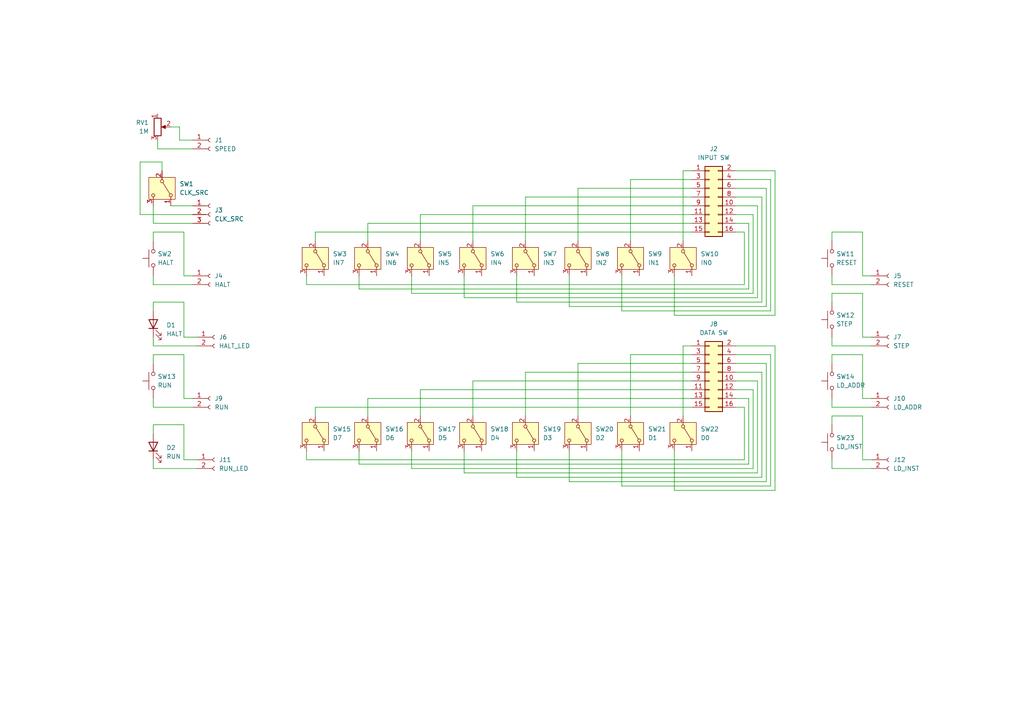
<source format=kicad_sch>
(kicad_sch (version 20231120) (generator "eeschema") (generator_version "8.0")
  (paper "A4")
  (lib_symbols
    (symbol "Connector:Conn_01x02_Socket" (pin_names (offset 1.016) hide)
      (property "Reference" "J" (at 0 2.54 0))
      (property "Value" "Conn_01x02_Socket" (at 0 -5.08 0))
      (symbol "Conn_01x02_Socket_1_1"
        (arc (start 0 -2.032) (mid -0.5058 -2.54) (end 0 -3.048) (stroke (width 0.1524)))
        (polyline (pts (xy -1.27 -2.54) (xy -0.508 -2.54)) (stroke (width 0.1524)))
        (polyline (pts (xy -1.27 0) (xy -0.508 0)) (stroke (width 0.1524)))
        (arc (start 0 0.508) (mid -0.5058 0) (end 0 -0.508) (stroke (width 0.1524)))
        (pin passive line (at -5.08 0 0) (length 3.81) (name "Pin_1") (number "1"))
        (pin passive line (at -5.08 -2.54 0) (length 3.81) (name "Pin_2") (number "2"))
      )
    )
    (symbol "Connector:Conn_01x03_Socket" (pin_names (offset 1.016) hide)
      (property "Reference" "J" (at 0 5.08 0))
      (property "Value" "Conn_01x03_Socket" (at 0 -5.08 0))
      (symbol "Conn_01x03_Socket_1_1"
        (arc (start 0 -2.032) (mid -0.5058 -2.54) (end 0 -3.048) (stroke (width 0.1524)))
        (polyline (pts (xy -1.27 -2.54) (xy -0.508 -2.54)) (stroke (width 0.1524)))
        (polyline (pts (xy -1.27 0) (xy -0.508 0)) (stroke (width 0.1524)))
        (polyline (pts (xy -1.27 2.54) (xy -0.508 2.54)) (stroke (width 0.1524)))
        (arc (start 0 0.508) (mid -0.5058 0) (end 0 -0.508) (stroke (width 0.1524)))
        (arc (start 0 3.048) (mid -0.5058 2.54) (end 0 2.032) (stroke (width 0.1524)))
        (pin passive line (at -5.08 2.54 0) (length 3.81) (name "Pin_1") (number "1"))
        (pin passive line (at -5.08 0 0) (length 3.81) (name "Pin_2") (number "2"))
        (pin passive line (at -5.08 -2.54 0) (length 3.81) (name "Pin_3") (number "3"))
      )
    )
    (symbol "Connector_Generic:Conn_02x08_Odd_Even" (pin_names (offset 1.016) hide)
      (property "Reference" "J" (at 1.27 10.16 0))
      (property "Value" "Conn_02x08_Odd_Even" (at 1.27 -12.7 0))
      (symbol "Conn_02x08_Odd_Even_1_1"
        (rectangle (start -1.27 -10.033) (end 0 -10.287) (stroke (width 0.1524)))
        (rectangle (start -1.27 -7.493) (end 0 -7.747) (stroke (width 0.1524)))
        (rectangle (start -1.27 -4.953) (end 0 -5.207) (stroke (width 0.1524)))
        (rectangle (start -1.27 -2.413) (end 0 -2.667) (stroke (width 0.1524)))
        (rectangle (start -1.27 0.127) (end 0 -0.127) (stroke (width 0.1524)))
        (rectangle (start -1.27 2.667) (end 0 2.413) (stroke (width 0.1524)))
        (rectangle (start -1.27 5.207) (end 0 4.953) (stroke (width 0.1524)))
        (rectangle (start -1.27 7.747) (end 0 7.493) (stroke (width 0.1524)))
        (rectangle (start -1.27 8.89) (end 3.81 -11.43) (stroke (width 0.254)) (fill (type background)))
        (rectangle (start 3.81 -10.033) (end 2.54 -10.287) (stroke (width 0.1524)))
        (rectangle (start 3.81 -7.493) (end 2.54 -7.747) (stroke (width 0.1524)))
        (rectangle (start 3.81 -4.953) (end 2.54 -5.207) (stroke (width 0.1524)))
        (rectangle (start 3.81 -2.413) (end 2.54 -2.667) (stroke (width 0.1524)))
        (rectangle (start 3.81 0.127) (end 2.54 -0.127) (stroke (width 0.1524)))
        (rectangle (start 3.81 2.667) (end 2.54 2.413) (stroke (width 0.1524)))
        (rectangle (start 3.81 5.207) (end 2.54 4.953) (stroke (width 0.1524)))
        (rectangle (start 3.81 7.747) (end 2.54 7.493) (stroke (width 0.1524)))
        (pin passive line (at -5.08 7.62 0) (length 3.81) (name "Pin_1") (number "1"))
        (pin passive line (at 7.62 -2.54 180) (length 3.81) (name "Pin_10") (number "10"))
        (pin passive line (at -5.08 -5.08 0) (length 3.81) (name "Pin_11") (number "11"))
        (pin passive line (at 7.62 -5.08 180) (length 3.81) (name "Pin_12") (number "12"))
        (pin passive line (at -5.08 -7.62 0) (length 3.81) (name "Pin_13") (number "13"))
        (pin passive line (at 7.62 -7.62 180) (length 3.81) (name "Pin_14") (number "14"))
        (pin passive line (at -5.08 -10.16 0) (length 3.81) (name "Pin_15") (number "15"))
        (pin passive line (at 7.62 -10.16 180) (length 3.81) (name "Pin_16") (number "16"))
        (pin passive line (at 7.62 7.62 180) (length 3.81) (name "Pin_2") (number "2"))
        (pin passive line (at -5.08 5.08 0) (length 3.81) (name "Pin_3") (number "3"))
        (pin passive line (at 7.62 5.08 180) (length 3.81) (name "Pin_4") (number "4"))
        (pin passive line (at -5.08 2.54 0) (length 3.81) (name "Pin_5") (number "5"))
        (pin passive line (at 7.62 2.54 180) (length 3.81) (name "Pin_6") (number "6"))
        (pin passive line (at -5.08 0 0) (length 3.81) (name "Pin_7") (number "7"))
        (pin passive line (at 7.62 0 180) (length 3.81) (name "Pin_8") (number "8"))
        (pin passive line (at -5.08 -2.54 0) (length 3.81) (name "Pin_9") (number "9"))
      )
    )
    (symbol "Device:LED" (pin_numbers hide) (pin_names (offset 1.016) hide)
      (property "Reference" "D" (at 0 2.54 0))
      (property "Value" "LED" (at 0 -2.54 0))
      (symbol "LED_0_1"
        (polyline (pts (xy -1.27 -1.27) (xy -1.27 1.27)) (stroke (width 0.254)))
        (polyline (pts (xy -1.27 0) (xy 1.27 0)))
        (polyline (pts (xy 1.27 -1.27) (xy 1.27 1.27) (xy -1.27 0) (xy 1.27 -1.27)) (stroke (width 0.254)))
        (polyline (pts (xy -3.048 -0.762) (xy -4.572 -2.286) (xy -3.81 -2.286) (xy -4.572 -2.286) (xy -4.572 -1.524)))
        (polyline (pts (xy -1.778 -0.762) (xy -3.302 -2.286) (xy -2.54 -2.286) (xy -3.302 -2.286) (xy -3.302 -1.524)))
      )
      (symbol "LED_1_1"
        (pin passive line (at -3.81 0 0) (length 2.54) (name "K") (number "1"))
        (pin passive line (at 3.81 0 180) (length 2.54) (name "A") (number "2"))
      )
    )
    (symbol "Device:R_Potentiometer" (pin_names (offset 1.016) hide)
      (property "Reference" "RV" (at -4.445 0 90))
      (property "Value" "R_Potentiometer" (at -2.54 0 90))
      (symbol "R_Potentiometer_0_1"
        (polyline (pts (xy 2.54 0) (xy 1.524 0)))
        (polyline (pts (xy 1.143 0) (xy 2.286 0.508) (xy 2.286 -0.508) (xy 1.143 0)) (fill (type outline)))
        (rectangle (start 1.016 2.54) (end -1.016 -2.54) (stroke (width 0.254)))
      )
      (symbol "R_Potentiometer_1_1"
        (pin passive line (at 0 3.81 270) (length 1.27) (name "1") (number "1"))
        (pin passive line (at 3.81 0 180) (length 1.27) (name "2") (number "2"))
        (pin passive line (at 0 -3.81 90) (length 1.27) (name "3") (number "3"))
      )
    )
    (symbol "Switch:SW_Push" (pin_numbers hide) (pin_names (offset 1.016) hide)
      (property "Reference" "SW" (at 1.27 2.54 0))
      (property "Value" "SW_Push" (at 0 -1.524 0))
      (symbol "SW_Push_0_1"
        (circle (center -2.032 0) (radius 0.508))
        (polyline (pts (xy 0 1.27) (xy 0 3.048)))
        (polyline (pts (xy 2.54 1.27) (xy -2.54 1.27)))
        (circle (center 2.032 0) (radius 0.508))
        (pin passive line (at -5.08 0 0) (length 2.54) (name "1") (number "1"))
        (pin passive line (at 5.08 0 180) (length 2.54) (name "2") (number "2"))
      )
    )
    (symbol "Switch:SW_SPDT" (pin_names (offset 0) hide)
      (property "Reference" "SW" (at 0 5.08 0))
      (property "Value" "SW_SPDT" (at 0 -5.08 0))
      (symbol "SW_SPDT_0_1"
        (circle (center -2.032 0) (radius 0.4572))
        (polyline (pts (xy -1.651 0.254) (xy 1.651 2.286)))
        (circle (center 2.032 -2.54) (radius 0.4572))
        (circle (center 2.032 2.54) (radius 0.4572))
      )
      (symbol "SW_SPDT_1_1"
        (rectangle (start -3.175 3.81) (end 3.175 -3.81) (fill (type background)))
        (pin passive line (at 5.08 2.54 180) (length 2.54) (name "A") (number "1"))
        (pin passive line (at -5.08 0 0) (length 2.54) (name "B") (number "2"))
        (pin passive line (at 5.08 -2.54 180) (length 2.54) (name "C") (number "3"))
      )
    )
  )
  (wire (pts (xy 152.4 107.95) (xy 152.4 120.65)))
  (wire (pts (xy 55.88 80.01) (xy 53.34 80.01)))
  (wire (pts (xy 104.14 130.81) (xy 104.14 134.62)))
  (wire (pts (xy 217.17 134.62) (xy 217.17 115.57)))
  (wire (pts (xy 119.38 80.01) (xy 119.38 85.09)))
  (wire (pts (xy 165.1 80.01) (xy 165.1 88.9)))
  (wire (pts (xy 218.44 62.23) (xy 213.36 62.23)))
  (wire (pts (xy 200.66 110.49) (xy 137.16 110.49)))
  (wire (pts (xy 195.58 91.44) (xy 224.79 91.44)))
  (wire (pts (xy 121.92 62.23) (xy 121.92 69.85)))
  (wire (pts (xy 241.3 135.89) (xy 252.73 135.89)))
  (wire (pts (xy 252.73 97.79) (xy 250.19 97.79)))
  (wire (pts (xy 121.92 113.03) (xy 121.92 120.65)))
  (wire (pts (xy 167.64 69.85) (xy 167.64 54.61)))
  (wire (pts (xy 213.36 110.49) (xy 219.71 110.49)))
  (wire (pts (xy 104.14 83.82) (xy 217.17 83.82)))
  (wire (pts (xy 44.45 67.31) (xy 44.45 69.85)))
  (wire (pts (xy 44.45 133.35) (xy 44.45 135.89)))
  (wire (pts (xy 44.45 82.55) (xy 55.88 82.55)))
  (wire (pts (xy 104.14 134.62) (xy 217.17 134.62)))
  (wire (pts (xy 55.88 40.64) (xy 52.07 40.64)))
  (wire (pts (xy 241.3 115.57) (xy 241.3 118.11)))
  (wire (pts (xy 222.25 139.7) (xy 222.25 105.41)))
  (wire (pts (xy 45.72 40.64) (xy 45.72 43.18)))
  (wire (pts (xy 218.44 85.09) (xy 218.44 62.23)))
  (wire (pts (xy 40.64 62.23) (xy 55.88 62.23)))
  (wire (pts (xy 250.19 80.01) (xy 250.19 67.31)))
  (wire (pts (xy 215.9 67.31) (xy 213.36 67.31)))
  (wire (pts (xy 165.1 88.9) (xy 222.25 88.9)))
  (wire (pts (xy 53.34 87.63) (xy 44.45 87.63)))
  (wire (pts (xy 215.9 118.11) (xy 213.36 118.11)))
  (wire (pts (xy 91.44 118.11) (xy 91.44 120.65)))
  (wire (pts (xy 217.17 64.77) (xy 213.36 64.77)))
  (wire (pts (xy 241.3 80.01) (xy 241.3 82.55)))
  (wire (pts (xy 167.64 54.61) (xy 200.66 54.61)))
  (wire (pts (xy 224.79 91.44) (xy 224.79 49.53)))
  (wire (pts (xy 250.19 85.09) (xy 241.3 85.09)))
  (wire (pts (xy 119.38 85.09) (xy 218.44 85.09)))
  (wire (pts (xy 44.45 64.77) (xy 55.88 64.77)))
  (wire (pts (xy 40.64 46.99) (xy 46.99 46.99)))
  (wire (pts (xy 180.34 140.97) (xy 223.52 140.97)))
  (wire (pts (xy 44.45 97.79) (xy 44.45 100.33)))
  (wire (pts (xy 180.34 80.01) (xy 180.34 90.17)))
  (wire (pts (xy 165.1 130.81) (xy 165.1 139.7)))
  (wire (pts (xy 200.66 67.31) (xy 91.44 67.31)))
  (wire (pts (xy 252.73 115.57) (xy 250.19 115.57)))
  (wire (pts (xy 137.16 59.69) (xy 137.16 69.85)))
  (wire (pts (xy 180.34 90.17) (xy 223.52 90.17)))
  (wire (pts (xy 241.3 82.55) (xy 252.73 82.55)))
  (wire (pts (xy 200.66 57.15) (xy 152.4 57.15)))
  (wire (pts (xy 217.17 115.57) (xy 213.36 115.57)))
  (wire (pts (xy 200.66 107.95) (xy 152.4 107.95)))
  (wire (pts (xy 222.25 54.61) (xy 213.36 54.61)))
  (wire (pts (xy 152.4 57.15) (xy 152.4 69.85)))
  (wire (pts (xy 220.98 138.43) (xy 220.98 107.95)))
  (wire (pts (xy 52.07 40.64) (xy 52.07 36.83)))
  (wire (pts (xy 218.44 135.89) (xy 218.44 113.03)))
  (wire (pts (xy 88.9 130.81) (xy 88.9 133.35)))
  (wire (pts (xy 250.19 97.79) (xy 250.19 85.09)))
  (wire (pts (xy 106.68 115.57) (xy 106.68 120.65)))
  (wire (pts (xy 222.25 88.9) (xy 222.25 54.61)))
  (wire (pts (xy 106.68 64.77) (xy 106.68 69.85)))
  (wire (pts (xy 200.66 102.87) (xy 182.88 102.87)))
  (wire (pts (xy 219.71 110.49) (xy 219.71 137.16)))
  (wire (pts (xy 200.66 64.77) (xy 106.68 64.77)))
  (wire (pts (xy 44.45 123.19) (xy 44.45 125.73)))
  (wire (pts (xy 241.3 118.11) (xy 252.73 118.11)))
  (wire (pts (xy 88.9 133.35) (xy 215.9 133.35)))
  (wire (pts (xy 57.15 133.35) (xy 53.34 133.35)))
  (wire (pts (xy 241.3 85.09) (xy 241.3 87.63)))
  (wire (pts (xy 149.86 87.63) (xy 220.98 87.63)))
  (wire (pts (xy 223.52 102.87) (xy 213.36 102.87)))
  (wire (pts (xy 44.45 80.01) (xy 44.45 82.55)))
  (wire (pts (xy 134.62 86.36) (xy 134.62 80.01)))
  (wire (pts (xy 198.12 100.33) (xy 200.66 100.33)))
  (wire (pts (xy 224.79 100.33) (xy 213.36 100.33)))
  (wire (pts (xy 195.58 130.81) (xy 195.58 142.24)))
  (wire (pts (xy 53.34 80.01) (xy 53.34 67.31)))
  (wire (pts (xy 198.12 69.85) (xy 198.12 49.53)))
  (wire (pts (xy 220.98 107.95) (xy 213.36 107.95)))
  (wire (pts (xy 219.71 137.16) (xy 134.62 137.16)))
  (wire (pts (xy 182.88 102.87) (xy 182.88 120.65)))
  (wire (pts (xy 250.19 102.87) (xy 241.3 102.87)))
  (wire (pts (xy 241.3 67.31) (xy 241.3 69.85)))
  (wire (pts (xy 44.45 64.77) (xy 44.45 59.69)))
  (wire (pts (xy 49.53 59.69) (xy 55.88 59.69)))
  (wire (pts (xy 217.17 83.82) (xy 217.17 64.77)))
  (wire (pts (xy 250.19 115.57) (xy 250.19 102.87)))
  (wire (pts (xy 167.64 105.41) (xy 200.66 105.41)))
  (wire (pts (xy 46.99 46.99) (xy 46.99 49.53)))
  (wire (pts (xy 44.45 87.63) (xy 44.45 90.17)))
  (wire (pts (xy 223.52 140.97) (xy 223.52 102.87)))
  (wire (pts (xy 53.34 97.79) (xy 53.34 87.63)))
  (wire (pts (xy 149.86 80.01) (xy 149.86 87.63)))
  (wire (pts (xy 167.64 120.65) (xy 167.64 105.41)))
  (wire (pts (xy 218.44 113.03) (xy 213.36 113.03)))
  (wire (pts (xy 149.86 138.43) (xy 220.98 138.43)))
  (wire (pts (xy 220.98 87.63) (xy 220.98 57.15)))
  (wire (pts (xy 182.88 52.07) (xy 182.88 69.85)))
  (wire (pts (xy 53.34 102.87) (xy 44.45 102.87)))
  (wire (pts (xy 119.38 135.89) (xy 218.44 135.89)))
  (wire (pts (xy 198.12 49.53) (xy 200.66 49.53)))
  (wire (pts (xy 91.44 67.31) (xy 91.44 69.85)))
  (wire (pts (xy 119.38 130.81) (xy 119.38 135.89)))
  (wire (pts (xy 241.3 97.79) (xy 241.3 100.33)))
  (wire (pts (xy 53.34 115.57) (xy 53.34 102.87)))
  (wire (pts (xy 45.72 43.18) (xy 55.88 43.18)))
  (wire (pts (xy 40.64 62.23) (xy 40.64 46.99)))
  (wire (pts (xy 200.66 62.23) (xy 121.92 62.23)))
  (wire (pts (xy 224.79 49.53) (xy 213.36 49.53)))
  (wire (pts (xy 137.16 110.49) (xy 137.16 120.65)))
  (wire (pts (xy 223.52 52.07) (xy 213.36 52.07)))
  (wire (pts (xy 44.45 118.11) (xy 55.88 118.11)))
  (wire (pts (xy 134.62 137.16) (xy 134.62 130.81)))
  (wire (pts (xy 195.58 80.01) (xy 195.58 91.44)))
  (wire (pts (xy 223.52 90.17) (xy 223.52 52.07)))
  (wire (pts (xy 55.88 115.57) (xy 53.34 115.57)))
  (wire (pts (xy 52.07 36.83) (xy 49.53 36.83)))
  (wire (pts (xy 44.45 100.33) (xy 57.15 100.33)))
  (wire (pts (xy 241.3 102.87) (xy 241.3 105.41)))
  (wire (pts (xy 53.34 67.31) (xy 44.45 67.31)))
  (wire (pts (xy 215.9 82.55) (xy 215.9 67.31)))
  (wire (pts (xy 53.34 123.19) (xy 44.45 123.19)))
  (wire (pts (xy 252.73 80.01) (xy 250.19 80.01)))
  (wire (pts (xy 252.73 133.35) (xy 250.19 133.35)))
  (wire (pts (xy 180.34 130.81) (xy 180.34 140.97)))
  (wire (pts (xy 220.98 57.15) (xy 213.36 57.15)))
  (wire (pts (xy 213.36 59.69) (xy 219.71 59.69)))
  (wire (pts (xy 195.58 142.24) (xy 224.79 142.24)))
  (wire (pts (xy 200.66 113.03) (xy 121.92 113.03)))
  (wire (pts (xy 165.1 139.7) (xy 222.25 139.7)))
  (wire (pts (xy 250.19 133.35) (xy 250.19 120.65)))
  (wire (pts (xy 224.79 142.24) (xy 224.79 100.33)))
  (wire (pts (xy 241.3 100.33) (xy 252.73 100.33)))
  (wire (pts (xy 250.19 120.65) (xy 241.3 120.65)))
  (wire (pts (xy 44.45 115.57) (xy 44.45 118.11)))
  (wire (pts (xy 200.66 52.07) (xy 182.88 52.07)))
  (wire (pts (xy 88.9 80.01) (xy 88.9 82.55)))
  (wire (pts (xy 149.86 130.81) (xy 149.86 138.43)))
  (wire (pts (xy 200.66 118.11) (xy 91.44 118.11)))
  (wire (pts (xy 88.9 82.55) (xy 215.9 82.55)))
  (wire (pts (xy 219.71 59.69) (xy 219.71 86.36)))
  (wire (pts (xy 198.12 120.65) (xy 198.12 100.33)))
  (wire (pts (xy 215.9 133.35) (xy 215.9 118.11)))
  (wire (pts (xy 241.3 133.35) (xy 241.3 135.89)))
  (wire (pts (xy 241.3 120.65) (xy 241.3 123.19)))
  (wire (pts (xy 200.66 115.57) (xy 106.68 115.57)))
  (wire (pts (xy 44.45 135.89) (xy 57.15 135.89)))
  (wire (pts (xy 200.66 59.69) (xy 137.16 59.69)))
  (wire (pts (xy 53.34 133.35) (xy 53.34 123.19)))
  (wire (pts (xy 44.45 102.87) (xy 44.45 105.41)))
  (wire (pts (xy 250.19 67.31) (xy 241.3 67.31)))
  (wire (pts (xy 57.15 97.79) (xy 53.34 97.79)))
  (wire (pts (xy 104.14 80.01) (xy 104.14 83.82)))
  (wire (pts (xy 219.71 86.36) (xy 134.62 86.36)))
  (wire (pts (xy 222.25 105.41) (xy 213.36 105.41)))
  (symbol (lib_id "Switch:SW_SPDT") (at 152.4 125.73 270) (unit 1)
    (property "Reference" "SW19" (at 157.48 124.4599 90) (effects (justify left)))
    (property "Value" "D3" (at 157.48 126.9999 90) (effects (justify left)))
    (property "Description" "Switch, single pole double throw" (effects (hide yes)))
  )
  (symbol (lib_id "Connector:Conn_01x02_Socket") (at 62.23 133.35 0) (unit 1)
    (property "Reference" "J11" (at 63.5 133.3499 0) (effects (justify left)))
    (property "Value" "RUN_LED" (at 63.5 135.8899 0) (effects (justify left)))
    (property "Description" "Generic connector, single row, 01x02, script generated" (effects (hide yes)))
  )
  (symbol (lib_id "Connector:Conn_01x02_Socket") (at 257.81 133.35 0) (unit 1)
    (property "Reference" "J12" (at 259.08 133.3499 0) (effects (justify left)))
    (property "Value" "LD_INST" (at 259.08 135.8899 0) (effects (justify left)))
    (property "Description" "Generic connector, single row, 01x02, script generated" (effects (hide yes)))
  )
  (symbol (lib_id "Connector_Generic:Conn_02x08_Odd_Even") (at 205.74 107.95 0) (unit 1)
    (property "Reference" "J8" (at 207.01 93.98 0))
    (property "Value" "DATA SW" (at 207.01 96.52 0))
  )
  (symbol (lib_id "Switch:SW_SPDT") (at 91.44 125.73 270) (unit 1)
    (property "Reference" "SW15" (at 96.52 124.4599 90) (effects (justify left)))
    (property "Value" "D7" (at 96.52 126.9999 90) (effects (justify left)))
    (property "Description" "Switch, single pole double throw" (effects (hide yes)))
  )
  (symbol (lib_id "Connector:Conn_01x02_Socket") (at 257.81 115.57 0) (unit 1)
    (property "Reference" "J10" (at 259.08 115.5699 0) (effects (justify left)))
    (property "Value" "LD_ADDR" (at 259.08 118.1099 0) (effects (justify left)))
    (property "Description" "Generic connector, single row, 01x02, script generated" (effects (hide yes)))
  )
  (symbol (lib_id "Switch:SW_SPDT") (at 152.4 74.93 270) (unit 1)
    (property "Reference" "SW7" (at 157.48 73.6599 90) (effects (justify left)))
    (property "Value" "IN3" (at 157.48 76.1999 90) (effects (justify left)))
    (property "Description" "Switch, single pole double throw" (effects (hide yes)))
  )
  (symbol (lib_id "Switch:SW_SPDT") (at 106.68 74.93 270) (unit 1)
    (property "Reference" "SW4" (at 111.76 73.6599 90) (effects (justify left)))
    (property "Value" "IN6" (at 111.76 76.1999 90) (effects (justify left)))
    (property "Description" "Switch, single pole double throw" (effects (hide yes)))
  )
  (symbol (lib_id "Switch:SW_SPDT") (at 121.92 74.93 270) (unit 1)
    (property "Reference" "SW5" (at 127 73.6599 90) (effects (justify left)))
    (property "Value" "IN5" (at 127 76.1999 90) (effects (justify left)))
    (property "Description" "Switch, single pole double throw" (effects (hide yes)))
  )
  (symbol (lib_id "Device:LED") (at 44.45 93.98 90) (unit 1)
    (property "Reference" "D1" (at 48.26 94.2974 90) (effects (justify right)))
    (property "Value" "HALT" (at 48.26 96.8374 90) (effects (justify right)))
    (property "Description" "Light emitting diode" (effects (hide yes)))
  )
  (symbol (lib_id "Switch:SW_Push") (at 44.45 74.93 90) (unit 1)
    (property "Reference" "SW2" (at 45.72 73.6599 90) (effects (justify right)))
    (property "Value" "HALT" (at 45.72 76.1999 90) (effects (justify right)))
    (property "Description" "Push button switch, generic, two pins" (effects (hide yes)))
  )
  (symbol (lib_id "Connector:Conn_01x02_Socket") (at 62.23 97.79 0) (unit 1)
    (property "Reference" "J6" (at 63.5 97.7899 0) (effects (justify left)))
    (property "Value" "HALT_LED" (at 63.5 100.3299 0) (effects (justify left)))
    (property "Description" "Generic connector, single row, 01x02, script generated" (effects (hide yes)))
  )
  (symbol (lib_id "Switch:SW_SPDT") (at 198.12 74.93 270) (unit 1)
    (property "Reference" "SW10" (at 203.2 73.6599 90) (effects (justify left)))
    (property "Value" "IN0" (at 203.2 76.1999 90) (effects (justify left)))
    (property "Description" "Switch, single pole double throw" (effects (hide yes)))
  )
  (symbol (lib_id "Switch:SW_Push") (at 241.3 128.27 90) (unit 1)
    (property "Reference" "SW23" (at 242.57 126.9999 90) (effects (justify right)))
    (property "Value" "LD_INST" (at 242.57 129.5399 90) (effects (justify right)))
    (property "Description" "Push button switch, generic, two pins" (effects (hide yes)))
  )
  (symbol (lib_id "Connector_Generic:Conn_02x08_Odd_Even") (at 205.74 57.15 0) (unit 1)
    (property "Reference" "J2" (at 207.01 43.18 0))
    (property "Value" "INPUT SW" (at 207.01 45.72 0))
  )
  (symbol (lib_id "Switch:SW_SPDT") (at 167.64 74.93 270) (unit 1)
    (property "Reference" "SW8" (at 172.72 73.6599 90) (effects (justify left)))
    (property "Value" "IN2" (at 172.72 76.1999 90) (effects (justify left)))
    (property "Description" "Switch, single pole double throw" (effects (hide yes)))
  )
  (symbol (lib_id "Connector:Conn_01x02_Socket") (at 257.81 97.79 0) (unit 1)
    (property "Reference" "J7" (at 259.08 97.7899 0) (effects (justify left)))
    (property "Value" "STEP" (at 259.08 100.3299 0) (effects (justify left)))
    (property "Description" "Generic connector, single row, 01x02, script generated" (effects (hide yes)))
  )
  (symbol (lib_id "Switch:SW_SPDT") (at 182.88 125.73 270) (unit 1)
    (property "Reference" "SW21" (at 187.96 124.4599 90) (effects (justify left)))
    (property "Value" "D1" (at 187.96 126.9999 90) (effects (justify left)))
    (property "Description" "Switch, single pole double throw" (effects (hide yes)))
  )
  (symbol (lib_id "Switch:SW_SPDT") (at 137.16 125.73 270) (unit 1)
    (property "Reference" "SW18" (at 142.24 124.4599 90) (effects (justify left)))
    (property "Value" "D4" (at 142.24 126.9999 90) (effects (justify left)))
    (property "Description" "Switch, single pole double throw" (effects (hide yes)))
  )
  (symbol (lib_id "Switch:SW_SPDT") (at 198.12 125.73 270) (unit 1)
    (property "Reference" "SW22" (at 203.2 124.4599 90) (effects (justify left)))
    (property "Value" "D0" (at 203.2 126.9999 90) (effects (justify left)))
    (property "Description" "Switch, single pole double throw" (effects (hide yes)))
  )
  (symbol (lib_id "Switch:SW_Push") (at 44.45 110.49 90) (unit 1)
    (property "Reference" "SW13" (at 45.72 109.2199 90) (effects (justify right)))
    (property "Value" "RUN" (at 45.72 111.7599 90) (effects (justify right)))
    (property "Description" "Push button switch, generic, two pins" (effects (hide yes)))
  )
  (symbol (lib_id "Connector:Conn_01x02_Socket") (at 60.96 80.01 0) (unit 1)
    (property "Reference" "J4" (at 62.23 80.0099 0) (effects (justify left)))
    (property "Value" "HALT" (at 62.23 82.5499 0) (effects (justify left)))
    (property "Description" "Generic connector, single row, 01x02, script generated" (effects (hide yes)))
  )
  (symbol (lib_id "Connector:Conn_01x02_Socket") (at 60.96 115.57 0) (unit 1)
    (property "Reference" "J9" (at 62.23 115.5699 0) (effects (justify left)))
    (property "Value" "RUN" (at 62.23 118.1099 0) (effects (justify left)))
    (property "Description" "Generic connector, single row, 01x02, script generated" (effects (hide yes)))
  )
  (symbol (lib_id "Connector:Conn_01x02_Socket") (at 60.96 40.64 0) (unit 1)
    (property "Reference" "J1" (at 62.23 40.6399 0) (effects (justify left)))
    (property "Value" "SPEED" (at 62.23 43.1799 0) (effects (justify left)))
    (property "Description" "Generic connector, single row, 01x02, script generated" (effects (hide yes)))
  )
  (symbol (lib_id "Switch:SW_Push") (at 241.3 74.93 90) (unit 1)
    (property "Reference" "SW11" (at 242.57 73.6599 90) (effects (justify right)))
    (property "Value" "RESET" (at 242.57 76.1999 90) (effects (justify right)))
    (property "Description" "Push button switch, generic, two pins" (effects (hide yes)))
  )
  (symbol (lib_id "Switch:SW_SPDT") (at 167.64 125.73 270) (unit 1)
    (property "Reference" "SW20" (at 172.72 124.4599 90) (effects (justify left)))
    (property "Value" "D2" (at 172.72 126.9999 90) (effects (justify left)))
    (property "Description" "Switch, single pole double throw" (effects (hide yes)))
  )
  (symbol (lib_id "Switch:SW_SPDT") (at 106.68 125.73 270) (unit 1)
    (property "Reference" "SW16" (at 111.76 124.4599 90) (effects (justify left)))
    (property "Value" "D6" (at 111.76 126.9999 90) (effects (justify left)))
    (property "Description" "Switch, single pole double throw" (effects (hide yes)))
  )
  (symbol (lib_id "Switch:SW_SPDT") (at 46.99 54.61 270) (unit 1)
    (property "Reference" "SW1" (at 52.07 53.3399 90) (effects (justify left)))
    (property "Value" "CLK_SRC" (at 52.07 55.8799 90) (effects (justify left)))
    (property "Description" "Switch, single pole double throw" (effects (hide yes)))
  )
  (symbol (lib_id "Device:LED") (at 44.45 129.54 90) (unit 1)
    (property "Reference" "D2" (at 48.26 129.8574 90) (effects (justify right)))
    (property "Value" "RUN" (at 48.26 132.3974 90) (effects (justify right)))
    (property "Description" "Light emitting diode" (effects (hide yes)))
  )
  (symbol (lib_id "Switch:SW_SPDT") (at 121.92 125.73 270) (unit 1)
    (property "Reference" "SW17" (at 127 124.4599 90) (effects (justify left)))
    (property "Value" "D5" (at 127 126.9999 90) (effects (justify left)))
    (property "Description" "Switch, single pole double throw" (effects (hide yes)))
  )
  (symbol (lib_id "Device:R_Potentiometer") (at 45.72 36.83 0) (unit 1)
    (property "Reference" "RV1" (at 43.18 35.5599 0) (effects (justify right)))
    (property "Value" "1M" (at 43.18 38.0999 0) (effects (justify right)))
    (property "Description" "Potentiometer" (effects (hide yes)))
  )
  (symbol (lib_id "Switch:SW_SPDT") (at 91.44 74.93 270) (unit 1)
    (property "Reference" "SW3" (at 96.52 73.6599 90) (effects (justify left)))
    (property "Value" "IN7" (at 96.52 76.1999 90) (effects (justify left)))
    (property "Description" "Switch, single pole double throw" (effects (hide yes)))
  )
  (symbol (lib_id "Switch:SW_Push") (at 241.3 110.49 90) (unit 1)
    (property "Reference" "SW14" (at 242.57 109.2199 90) (effects (justify right)))
    (property "Value" "LD_ADDR" (at 242.57 111.7599 90) (effects (justify right)))
    (property "Description" "Push button switch, generic, two pins" (effects (hide yes)))
  )
  (symbol (lib_id "Connector:Conn_01x02_Socket") (at 257.81 80.01 0) (unit 1)
    (property "Reference" "J5" (at 259.08 80.0099 0) (effects (justify left)))
    (property "Value" "RESET" (at 259.08 82.5499 0) (effects (justify left)))
    (property "Description" "Generic connector, single row, 01x02, script generated" (effects (hide yes)))
  )
  (symbol (lib_id "Switch:SW_SPDT") (at 137.16 74.93 270) (unit 1)
    (property "Reference" "SW6" (at 142.24 73.6599 90) (effects (justify left)))
    (property "Value" "IN4" (at 142.24 76.1999 90) (effects (justify left)))
    (property "Description" "Switch, single pole double throw" (effects (hide yes)))
  )
  (symbol (lib_id "Connector:Conn_01x03_Socket") (at 60.96 62.23 0) (unit 1)
    (property "Reference" "J3" (at 62.23 60.9599 0) (effects (justify left)))
    (property "Value" "CLK_SRC" (at 62.23 63.4999 0) (effects (justify left)))
    (property "Description" "Generic connector, single row, 01x03, script generated" (effects (hide yes)))
  )
  (symbol (lib_id "Switch:SW_SPDT") (at 182.88 74.93 270) (unit 1)
    (property "Reference" "SW9" (at 187.96 73.6599 90) (effects (justify left)))
    (property "Value" "IN1" (at 187.96 76.1999 90) (effects (justify left)))
    (property "Description" "Switch, single pole double throw" (effects (hide yes)))
  )
  (symbol (lib_id "Switch:SW_Push") (at 241.3 92.71 90) (unit 1)
    (property "Reference" "SW12" (at 242.57 91.4399 90) (effects (justify right)))
    (property "Value" "STEP" (at 242.57 93.9799 90) (effects (justify right)))
    (property "Description" "Push button switch, generic, two pins" (effects (hide yes)))
  )
)
</source>
